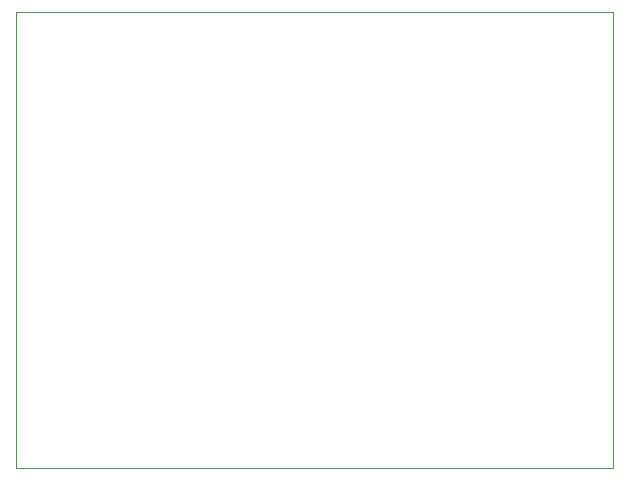
<source format=gbr>
%TF.GenerationSoftware,KiCad,Pcbnew,(6.0.9)*%
%TF.CreationDate,2022-12-05T21:09:52-07:00*%
%TF.ProjectId,Rotisserie-Chicken,526f7469-7373-4657-9269-652d43686963,rev?*%
%TF.SameCoordinates,Original*%
%TF.FileFunction,Profile,NP*%
%FSLAX46Y46*%
G04 Gerber Fmt 4.6, Leading zero omitted, Abs format (unit mm)*
G04 Created by KiCad (PCBNEW (6.0.9)) date 2022-12-05 21:09:52*
%MOMM*%
%LPD*%
G01*
G04 APERTURE LIST*
%TA.AperFunction,Profile*%
%ADD10C,0.100000*%
%TD*%
G04 APERTURE END LIST*
D10*
X127000000Y-102108000D02*
X76454000Y-102108000D01*
X127000000Y-63500000D02*
X127000000Y-102108000D01*
X76454000Y-63500000D02*
X127000000Y-63500000D01*
X76454000Y-102108000D02*
X76454000Y-63500000D01*
M02*

</source>
